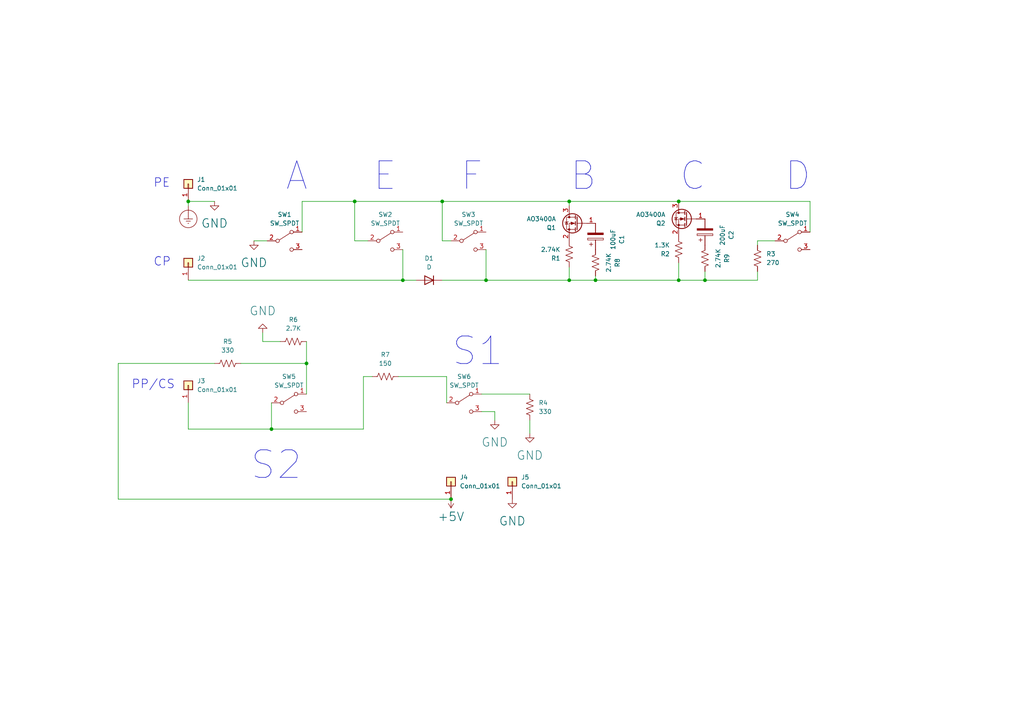
<source format=kicad_sch>
(kicad_sch (version 20230121) (generator eeschema)
  (paper "A4")
  (lib_symbols
    (symbol "Connector_Generic:Conn_01x01" (pin_names (offset 1.016) hide)
      (property "Reference" "J" (at 0 2.54 0))
      (property "Value" "Conn_01x01" (at 0 -2.54 0))
      (symbol "Conn_01x01_1_1"
        (rectangle (start -1.27 0.127) (end 0 -0.127) (stroke (width 0.1524)))
        (rectangle (start -1.27 1.27) (end 1.27 -1.27) (stroke (width 0.254)) (fill (type background)))
        (pin passive line (at -5.08 0 0) (length 3.81) (name "Pin_1") (number "1"))
      )
    )
    (symbol "Device:C_Polarized" (pin_numbers hide) (pin_names (offset 0.254))
      (property "Reference" "C" (at 0.635 2.54 0))
      (property "Value" "C_Polarized" (at 0.635 -2.54 0))
      (symbol "C_Polarized_0_1"
        (rectangle (start -2.286 0.508) (end 2.286 1.016))
        (polyline (pts (xy -1.778 2.286) (xy -0.762 2.286)))
        (polyline (pts (xy -1.27 2.794) (xy -1.27 1.778)))
        (rectangle (start 2.286 -0.508) (end -2.286 -1.016) (fill (type outline)))
      )
      (symbol "C_Polarized_1_1"
        (pin passive line (at 0 3.81 270) (length 2.794) (name "~") (number "1"))
        (pin passive line (at 0 -3.81 90) (length 2.794) (name "~") (number "2"))
      )
    )
    (symbol "Device:D" (pin_numbers hide) (pin_names (offset 1.016) hide)
      (property "Reference" "D" (at 0 2.54 0))
      (property "Value" "D" (at 0 -2.54 0))
      (symbol "D_0_1"
        (polyline (pts (xy -1.27 1.27) (xy -1.27 -1.27)) (stroke (width 0.254)))
        (polyline (pts (xy 1.27 0) (xy -1.27 0)))
        (polyline (pts (xy 1.27 1.27) (xy 1.27 -1.27) (xy -1.27 0) (xy 1.27 1.27)) (stroke (width 0.254)))
      )
      (symbol "D_1_1"
        (pin passive line (at -3.81 0 0) (length 2.54) (name "K") (number "1"))
        (pin passive line (at 3.81 0 180) (length 2.54) (name "A") (number "2"))
      )
    )
    (symbol "Device:R_US" (pin_numbers hide) (pin_names (offset 0))
      (property "Reference" "R" (at 2.54 0 90))
      (property "Value" "R_US" (at -2.54 0 90))
      (symbol "R_US_0_1"
        (polyline (pts (xy 0 -2.286) (xy 0 -2.54)))
        (polyline (pts (xy 0 2.286) (xy 0 2.54)))
        (polyline (pts (xy 0 -0.762) (xy 1.016 -1.143) (xy 0 -1.524) (xy -1.016 -1.905) (xy 0 -2.286)))
        (polyline (pts (xy 0 0.762) (xy 1.016 0.381) (xy 0 0) (xy -1.016 -0.381) (xy 0 -0.762)))
        (polyline (pts (xy 0 2.286) (xy 1.016 1.905) (xy 0 1.524) (xy -1.016 1.143) (xy 0 0.762)))
      )
      (symbol "R_US_1_1"
        (pin passive line (at 0 3.81 270) (length 1.27) (name "~") (number "1"))
        (pin passive line (at 0 -3.81 90) (length 1.27) (name "~") (number "2"))
      )
    )
    (symbol "Switch:SW_SPDT" (pin_names (offset 0) hide)
      (property "Reference" "SW" (at 0 4.318 0))
      (property "Value" "SW_SPDT" (at 0 -5.08 0))
      (symbol "SW_SPDT_0_0"
        (circle (center -2.032 0) (radius 0.508))
        (circle (center 2.032 -2.54) (radius 0.508))
      )
      (symbol "SW_SPDT_0_1"
        (polyline (pts (xy -1.524 0.254) (xy 1.651 2.286)))
        (circle (center 2.032 2.54) (radius 0.508))
      )
      (symbol "SW_SPDT_1_1"
        (pin passive line (at 5.08 2.54 180) (length 2.54) (name "A") (number "1"))
        (pin passive line (at -5.08 0 0) (length 2.54) (name "B") (number "2"))
        (pin passive line (at 5.08 -2.54 180) (length 2.54) (name "C") (number "3"))
      )
    )
    (symbol "Transistor_FET:AO3400A" (pin_names hide)
      (property "Reference" "Q" (at 5.08 1.905 0))
      (property "Value" "AO3400A" (at 5.08 0 0))
      (symbol "AO3400A_0_1"
        (polyline (pts (xy 0.254 0) (xy -2.54 0)))
        (polyline (pts (xy 0.254 1.905) (xy 0.254 -1.905)) (stroke (width 0.254)))
        (polyline (pts (xy 0.762 -1.27) (xy 0.762 -2.286)) (stroke (width 0.254)))
        (polyline (pts (xy 0.762 0.508) (xy 0.762 -0.508)) (stroke (width 0.254)))
        (polyline (pts (xy 0.762 2.286) (xy 0.762 1.27)) (stroke (width 0.254)))
        (polyline (pts (xy 2.54 2.54) (xy 2.54 1.778)))
        (polyline (pts (xy 2.54 -2.54) (xy 2.54 0) (xy 0.762 0)))
        (polyline (pts (xy 0.762 -1.778) (xy 3.302 -1.778) (xy 3.302 1.778) (xy 0.762 1.778)))
        (polyline (pts (xy 1.016 0) (xy 2.032 0.381) (xy 2.032 -0.381) (xy 1.016 0)) (fill (type outline)))
        (polyline (pts (xy 2.794 0.508) (xy 2.921 0.381) (xy 3.683 0.381) (xy 3.81 0.254)))
        (polyline (pts (xy 3.302 0.381) (xy 2.921 -0.254) (xy 3.683 -0.254) (xy 3.302 0.381)))
        (circle (center 1.651 0) (radius 2.794) (stroke (width 0.254)))
        (circle (center 2.54 -1.778) (radius 0.254) (fill (type outline)))
        (circle (center 2.54 1.778) (radius 0.254) (fill (type outline)))
      )
      (symbol "AO3400A_1_1"
        (pin input line (at -5.08 0 0) (length 2.54) (name "G") (number "1"))
        (pin passive line (at 2.54 -5.08 90) (length 2.54) (name "S") (number "2"))
        (pin passive line (at 2.54 5.08 270) (length 2.54) (name "D") (number "3"))
      )
    )
    (symbol "power:+5V" (power) (pin_names (offset 0))
      (property "Value" "+5V" (at 0 3.556 0))
      (symbol "+5V_0_1"
        (polyline (pts (xy -0.762 1.27) (xy 0 2.54)))
        (polyline (pts (xy 0 0) (xy 0 2.54)))
        (polyline (pts (xy 0 2.54) (xy 0.762 1.27)))
      )
      (symbol "+5V_1_1"
        (pin power_in line (at 0 0 90) (length 0) hide (name "+5V") (number "1"))
      )
    )
    (symbol "power:Earth_Protective" (power) (pin_names (offset 0))
      (symbol "Earth_Protective_0_1"
        (circle (center 0 -3.81) (radius 2.54))
        (polyline (pts (xy -0.635 -4.445) (xy 0.635 -4.445)))
        (polyline (pts (xy -0.127 -5.08) (xy 0.127 -5.08)))
        (polyline (pts (xy 0 -3.81) (xy 0 0)))
        (polyline (pts (xy 1.27 -3.81) (xy -1.27 -3.81)))
      )
      (symbol "Earth_Protective_1_1"
        (pin power_in line (at 0 0 270) (length 0) hide (name "Earth_Protective") (number "1"))
      )
    )
    (symbol "power:GND" (power) (pin_names (offset 0))
      (property "Value" "GND" (at 0 -3.81 0))
      (symbol "GND_0_1"
        (polyline (pts (xy 0 0) (xy 0 -1.27) (xy 1.27 -1.27) (xy 0 -2.54) (xy -1.27 -1.27) (xy 0 -1.27)))
      )
      (symbol "GND_1_1"
        (pin power_in line (at 0 0 270) (length 0) hide (name "GND") (number "1"))
      )
    )
  )
  (junction (at 102.87 58.42))
  (junction (at 204.47 81.28))
  (junction (at 165.1 58.42))
  (junction (at 54.61 58.42))
  (junction (at 165.1 81.28))
  (junction (at 116.84 81.28))
  (junction (at 130.81 144.78))
  (junction (at 88.9 105.41))
  (junction (at 196.85 58.42))
  (junction (at 128.27 58.42))
  (junction (at 140.97 81.28))
  (junction (at 172.72 81.28))
  (junction (at 78.74 124.46))
  (junction (at 196.85 81.28))
  (wire (pts (xy 54.61 58.42) (xy 54.61 59.69)))
  (wire (pts (xy 143.51 119.38) (xy 139.7 119.38)))
  (wire (pts (xy 165.1 81.28) (xy 165.1 77.47)))
  (wire (pts (xy 34.29 144.78) (xy 130.81 144.78)))
  (wire (pts (xy 34.29 105.41) (xy 62.23 105.41)))
  (wire (pts (xy 76.2 96.52) (xy 76.2 99.06)))
  (wire (pts (xy 115.57 109.22) (xy 129.54 109.22)))
  (wire (pts (xy 102.87 58.42) (xy 102.87 69.85)))
  (wire (pts (xy 88.9 105.41) (xy 88.9 114.3)))
  (wire (pts (xy 54.61 124.46) (xy 78.74 124.46)))
  (wire (pts (xy 54.61 81.28) (xy 116.84 81.28)))
  (wire (pts (xy 69.85 105.41) (xy 88.9 105.41)))
  (wire (pts (xy 234.95 58.42) (xy 234.95 67.31)))
  (wire (pts (xy 196.85 76.2) (xy 196.85 81.28)))
  (wire (pts (xy 204.47 78.74) (xy 204.47 81.28)))
  (wire (pts (xy 129.54 116.84) (xy 129.54 109.22)))
  (wire (pts (xy 116.84 72.39) (xy 116.84 81.28)))
  (wire (pts (xy 153.67 125.73) (xy 153.67 121.92)))
  (wire (pts (xy 140.97 72.39) (xy 140.97 81.28)))
  (wire (pts (xy 196.85 58.42) (xy 234.95 58.42)))
  (wire (pts (xy 143.51 121.92) (xy 143.51 119.38)))
  (wire (pts (xy 172.72 80.01) (xy 172.72 81.28)))
  (wire (pts (xy 87.63 58.42) (xy 87.63 67.31)))
  (wire (pts (xy 76.2 99.06) (xy 81.28 99.06)))
  (wire (pts (xy 105.41 109.22) (xy 107.95 109.22)))
  (wire (pts (xy 88.9 99.06) (xy 88.9 105.41)))
  (wire (pts (xy 130.81 69.85) (xy 128.27 69.85)))
  (wire (pts (xy 87.63 58.42) (xy 102.87 58.42)))
  (wire (pts (xy 140.97 81.28) (xy 165.1 81.28)))
  (wire (pts (xy 73.66 69.85) (xy 77.47 69.85)))
  (wire (pts (xy 196.85 81.28) (xy 204.47 81.28)))
  (wire (pts (xy 34.29 105.41) (xy 34.29 144.78)))
  (wire (pts (xy 204.47 81.28) (xy 219.71 81.28)))
  (wire (pts (xy 172.72 81.28) (xy 196.85 81.28)))
  (wire (pts (xy 105.41 109.22) (xy 105.41 124.46)))
  (wire (pts (xy 128.27 58.42) (xy 165.1 58.42)))
  (wire (pts (xy 54.61 124.46) (xy 54.61 116.84)))
  (wire (pts (xy 102.87 58.42) (xy 128.27 58.42)))
  (wire (pts (xy 165.1 81.28) (xy 172.72 81.28)))
  (wire (pts (xy 128.27 58.42) (xy 128.27 69.85)))
  (wire (pts (xy 219.71 81.28) (xy 219.71 78.74)))
  (wire (pts (xy 165.1 59.69) (xy 165.1 58.42)))
  (wire (pts (xy 139.7 114.3) (xy 153.67 114.3)))
  (wire (pts (xy 128.27 81.28) (xy 140.97 81.28)))
  (wire (pts (xy 106.68 69.85) (xy 102.87 69.85)))
  (wire (pts (xy 116.84 81.28) (xy 120.65 81.28)))
  (wire (pts (xy 78.74 124.46) (xy 78.74 116.84)))
  (wire (pts (xy 165.1 58.42) (xy 196.85 58.42)))
  (wire (pts (xy 78.74 124.46) (xy 105.41 124.46)))
  (wire (pts (xy 219.71 69.85) (xy 219.71 71.12)))
  (wire (pts (xy 224.79 69.85) (xy 219.71 69.85)))
  (wire (pts (xy 54.61 58.42) (xy 62.23 58.42)))
  (text "A" (at 82.55 55.88 0) (effects (font (size 8 8)) (justify left bottom)))
  (text "CP" (at 44.45 77.47 0) (effects (font (size 2.5 2.5)) (justify left bottom)))
  (text "D\n" (at 227.33 55.88 0) (effects (font (size 8 8)) (justify left bottom)))
  (text "S1\n" (at 130.81 106.68 0) (effects (font (size 8 8)) (justify left bottom)))
  (text "C\n" (at 196.85 55.88 0) (effects (font (size 8 8)) (justify left bottom)))
  (text "S2\n" (at 72.39 139.7 0) (effects (font (size 8 8)) (justify left bottom)))
  (text "PE" (at 44.45 54.61 0) (effects (font (size 2.5 2.5)) (justify left bottom)))
  (text "E\n" (at 107.95 55.88 0) (effects (font (size 8 8)) (justify left bottom)))
  (text "B\n" (at 165.1 55.88 0) (effects (font (size 8 8)) (justify left bottom)))
  (text "F\n" (at 133.35 55.88 0) (effects (font (size 8 8)) (justify left bottom)))
  (text "PP/CS" (at 38.1 113.03 0) (effects (font (size 2.5 2.5)) (justify left bottom)))
  (symbol (lib_id "Transistor_FET:AO3400A") (at 199.39 63.5 0) (mirror y) (unit 1)
    (property "Reference" "Q2" (at 193.04 64.77 0) (effects (justify left)))
    (property "Value" "AO3400A" (at 193.04 62.23 0) (effects (justify left)))
    (property "Footprint" "Package_TO_SOT_SMD:SOT-23" (effects hide))
    (property "Datasheet" "http://www.aosmd.com/pdfs/datasheet/AO3400A.pdf" (effects hide))
  )
  (symbol (lib_id "Switch:SW_SPDT") (at 82.55 69.85 0) (unit 1)
    (property "Reference" "SW1" (at 82.55 62.23 0))
    (property "Value" "SW_SPDT" (at 82.55 64.77 0))
    (property "Footprint" "Connector_PinHeader_2.54mm:PinHeader_1x03_P2.54mm_Vertical" (effects hide))
  )
  (symbol (lib_id "Device:R_US") (at 165.1 73.66 180) (unit 1)
    (property "Reference" "R1" (at 162.56 74.93 0) (effects (justify left)))
    (property "Value" "2.74K" (at 162.56 72.39 0) (effects (justify left)))
    (property "Footprint" "Resistor_THT:R_Axial_DIN0204_L3.6mm_D1.6mm_P5.08mm_Horizontal" (effects hide))
  )
  (symbol (lib_id "Device:R_US") (at 111.76 109.22 270) (unit 1)
    (property "Reference" "R7" (at 111.76 102.87 90))
    (property "Value" "150" (at 111.76 105.41 90))
    (property "Footprint" "Resistor_THT:R_Axial_DIN0204_L3.6mm_D1.6mm_P5.08mm_Horizontal" (effects hide))
  )
  (symbol (lib_id "Switch:SW_SPDT") (at 83.82 116.84 0) (unit 1)
    (property "Reference" "SW5" (at 83.82 109.22 0))
    (property "Value" "SW_SPDT" (at 83.82 111.76 0))
    (property "Footprint" "Connector_PinHeader_2.54mm:PinHeader_1x03_P2.54mm_Vertical" (effects hide))
  )
  (symbol (lib_id "Connector_Generic:Conn_01x01") (at 130.81 139.7 90) (unit 1)
    (property "Reference" "J4" (at 133.35 138.43 90) (effects (justify right)))
    (property "Value" "Conn_01x01" (at 133.35 140.97 90) (effects (justify right)))
    (property "Footprint" "Connector_PinHeader_2.54mm:PinHeader_1x01_P2.54mm_Vertical" (effects hide))
  )
  (symbol (lib_id "Device:D") (at 124.46 81.28 0) (mirror y) (unit 1)
    (property "Reference" "D1" (at 124.46 74.93 0))
    (property "Value" "D" (at 124.46 77.47 0))
    (property "Footprint" "Diode_THT:D_DO-15_P10.16mm_Horizontal" (effects hide))
    (property "Sim.Device" "D" (effects hide))
    (property "Sim.Pins" "1=K 2=A" (effects hide))
  )
  (symbol (lib_id "Device:R_US") (at 172.72 76.2 0) (mirror x) (unit 1)
    (property "Reference" "R8" (at 179.07 76.2 90))
    (property "Value" "2.74K" (at 176.53 76.2 90))
    (property "Footprint" "Resistor_THT:R_Axial_DIN0204_L3.6mm_D1.6mm_P5.08mm_Horizontal" (effects hide))
  )
  (symbol (lib_id "power:GND") (at 143.51 121.92 0) (unit 1)
    (property "Reference" "#PWR08" (effects hide))
    (property "Value" "GND" (at 143.51 128.27 0) (effects (font (size 2.5 2.5))))
  )
  (symbol (lib_id "Connector_Generic:Conn_01x01") (at 148.59 139.7 90) (unit 1)
    (property "Reference" "J5" (at 151.13 138.43 90) (effects (justify right)))
    (property "Value" "Conn_01x01" (at 151.13 140.97 90) (effects (justify right)))
    (property "Footprint" "Connector_PinHeader_2.54mm:PinHeader_1x01_P2.54mm_Vertical" (effects hide))
  )
  (symbol (lib_id "Device:R_US") (at 85.09 99.06 270) (unit 1)
    (property "Reference" "R6" (at 85.09 92.71 90))
    (property "Value" "2.7K" (at 85.09 95.25 90))
    (property "Footprint" "Resistor_THT:R_Axial_DIN0204_L3.6mm_D1.6mm_P5.08mm_Horizontal" (effects hide))
  )
  (symbol (lib_id "Switch:SW_SPDT") (at 134.62 116.84 0) (unit 1)
    (property "Reference" "SW6" (at 134.62 109.22 0))
    (property "Value" "SW_SPDT" (at 134.62 111.76 0))
    (property "Footprint" "Connector_PinHeader_2.54mm:PinHeader_1x03_P2.54mm_Vertical" (effects hide))
  )
  (symbol (lib_id "Device:R_US") (at 204.47 74.93 0) (mirror x) (unit 1)
    (property "Reference" "R9" (at 210.82 74.93 90))
    (property "Value" "2.74K" (at 208.28 74.93 90))
    (property "Footprint" "Resistor_THT:R_Axial_DIN0204_L3.6mm_D1.6mm_P5.08mm_Horizontal" (effects hide))
  )
  (symbol (lib_id "Switch:SW_SPDT") (at 229.87 69.85 0) (unit 1)
    (property "Reference" "SW4" (at 229.87 62.23 0))
    (property "Value" "SW_SPDT" (at 229.87 64.77 0))
    (property "Footprint" "Connector_PinHeader_2.54mm:PinHeader_1x03_P2.54mm_Vertical" (effects hide))
  )
  (symbol (lib_id "Device:R_US") (at 66.04 105.41 270) (unit 1)
    (property "Reference" "R5" (at 66.04 99.06 90))
    (property "Value" "330" (at 66.04 101.6 90))
    (property "Footprint" "Resistor_THT:R_Axial_DIN0204_L3.6mm_D1.6mm_P5.08mm_Horizontal" (effects hide))
  )
  (symbol (lib_id "Connector_Generic:Conn_01x01") (at 54.61 76.2 90) (unit 1)
    (property "Reference" "J2" (at 57.15 74.93 90) (effects (justify right)))
    (property "Value" "Conn_01x01" (at 57.15 77.47 90) (effects (justify right)))
    (property "Footprint" "Connector_PinHeader_2.54mm:PinHeader_1x01_P2.54mm_Vertical" (effects hide))
  )
  (symbol (lib_id "Device:R_US") (at 153.67 118.11 0) (unit 1)
    (property "Reference" "R4" (at 156.21 116.84 0) (effects (justify left)))
    (property "Value" "330" (at 156.21 119.38 0) (effects (justify left)))
    (property "Footprint" "Resistor_THT:R_Axial_DIN0204_L3.6mm_D1.6mm_P5.08mm_Horizontal" (effects hide))
  )
  (symbol (lib_id "Transistor_FET:AO3400A") (at 167.64 64.77 0) (mirror y) (unit 1)
    (property "Reference" "Q1" (at 161.29 66.04 0) (effects (justify left)))
    (property "Value" "AO3400A" (at 161.29 63.5 0) (effects (justify left)))
    (property "Footprint" "Package_TO_SOT_SMD:SOT-23" (effects hide))
    (property "Datasheet" "http://www.aosmd.com/pdfs/datasheet/AO3400A.pdf" (effects hide))
  )
  (symbol (lib_id "Connector_Generic:Conn_01x01") (at 54.61 111.76 90) (unit 1)
    (property "Reference" "J3" (at 57.15 110.49 90) (effects (justify right)))
    (property "Value" "Conn_01x01" (at 57.15 113.03 90) (effects (justify right)))
    (property "Footprint" "Connector_PinHeader_2.54mm:PinHeader_1x01_P2.54mm_Vertical" (effects hide))
  )
  (symbol (lib_id "power:+5V") (at 130.81 144.78 0) (mirror x) (unit 1)
    (property "Reference" "#PWR02" (effects hide))
    (property "Value" "+5V" (at 130.81 149.86 0) (effects (font (size 2.5 2.5))))
  )
  (symbol (lib_id "power:GND") (at 73.66 69.85 0) (unit 1)
    (property "Reference" "#PWR06" (effects hide))
    (property "Value" "GND" (at 73.66 76.2 0) (effects (font (size 2.5 2.5))))
  )
  (symbol (lib_id "Switch:SW_SPDT") (at 135.89 69.85 0) (unit 1)
    (property "Reference" "SW3" (at 135.89 62.23 0))
    (property "Value" "SW_SPDT" (at 135.89 64.77 0))
    (property "Footprint" "Connector_PinHeader_2.54mm:PinHeader_1x03_P2.54mm_Vertical" (effects hide))
  )
  (symbol (lib_id "Device:R_US") (at 196.85 72.39 180) (unit 1)
    (property "Reference" "R2" (at 194.31 73.66 0) (effects (justify left)))
    (property "Value" "1.3K" (at 194.31 71.12 0) (effects (justify left)))
    (property "Footprint" "Resistor_THT:R_Axial_DIN0204_L3.6mm_D1.6mm_P5.08mm_Horizontal" (effects hide))
  )
  (symbol (lib_id "power:GND") (at 148.59 144.78 0) (unit 1)
    (property "Reference" "#PWR03" (effects hide))
    (property "Value" "GND" (at 148.59 151.13 0) (effects (font (size 2.5 2.5))))
  )
  (symbol (lib_id "power:GND") (at 76.2 96.52 0) (mirror x) (unit 1)
    (property "Reference" "#PWR05" (effects hide))
    (property "Value" "GND" (at 76.2 90.17 0) (effects (font (size 2.5 2.5))))
  )
  (symbol (lib_id "power:Earth_Protective") (at 54.61 59.69 0) (unit 1)
    (property "Reference" "#PWR01" (effects hide))
    (property "Value" "Earth_Protective" (effects hide))
  )
  (symbol (lib_id "Switch:SW_SPDT") (at 111.76 69.85 0) (unit 1)
    (property "Reference" "SW2" (at 111.76 62.23 0))
    (property "Value" "SW_SPDT" (at 111.76 64.77 0))
    (property "Footprint" "Connector_PinHeader_2.54mm:PinHeader_1x03_P2.54mm_Vertical" (effects hide))
  )
  (symbol (lib_id "Connector_Generic:Conn_01x01") (at 54.61 53.34 90) (unit 1)
    (property "Reference" "J1" (at 57.15 52.07 90) (effects (justify right)))
    (property "Value" "Conn_01x01" (at 57.15 54.61 90) (effects (justify right)))
    (property "Footprint" "Connector_PinHeader_2.54mm:PinHeader_1x01_P2.54mm_Vertical" (effects hide))
  )
  (symbol (lib_id "Device:R_US") (at 219.71 74.93 0) (unit 1)
    (property "Reference" "R3" (at 222.25 73.66 0) (effects (justify left)))
    (property "Value" "270" (at 222.25 76.2 0) (effects (justify left)))
    (property "Footprint" "Resistor_THT:R_Axial_DIN0204_L3.6mm_D1.6mm_P5.08mm_Horizontal" (effects hide))
  )
  (symbol (lib_id "power:GND") (at 62.23 58.42 0) (unit 1)
    (property "Reference" "#PWR07" (effects hide))
    (property "Value" "GND" (at 62.23 64.77 0) (effects (font (size 2.5 2.5))))
  )
  (symbol (lib_id "power:GND") (at 153.67 125.73 0) (unit 1)
    (property "Reference" "#PWR04" (effects hide))
    (property "Value" "GND" (at 153.67 132.08 0) (effects (font (size 2.5 2.5))))
  )
  (symbol (lib_id "Device:C_Polarized") (at 204.47 67.31 0) (mirror x) (unit 1)
    (property "Reference" "C2" (at 212.09 68.199 90))
    (property "Value" "200uF" (at 209.55 68.199 90))
    (property "Footprint" "Capacitor_THT:CP_Radial_D6.3mm_P2.50mm" (effects hide))
  )
  (symbol (lib_id "Device:C_Polarized") (at 172.72 68.58 0) (mirror x) (unit 1)
    (property "Reference" "C1" (at 180.34 69.469 90))
    (property "Value" "100uF" (at 177.8 69.469 90))
    (property "Footprint" "Capacitor_THT:CP_Radial_D6.3mm_P2.50mm" (effects hide))
  )
)
</source>
